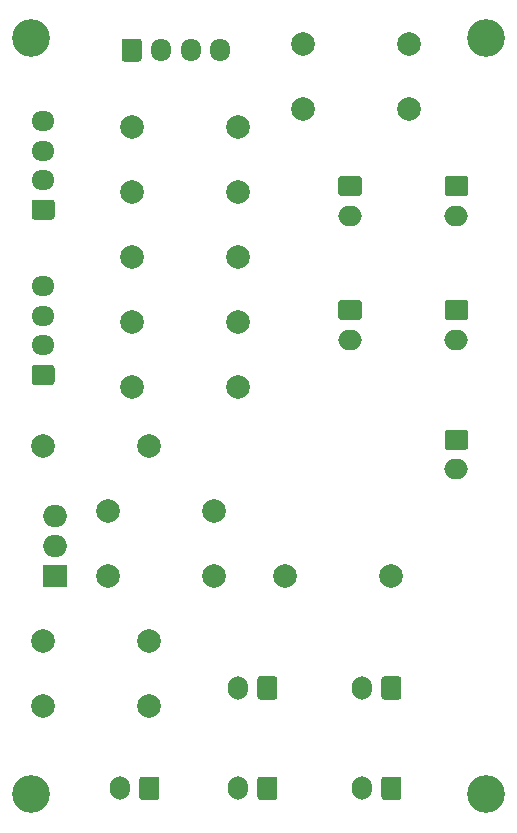
<source format=gbr>
%TF.GenerationSoftware,KiCad,Pcbnew,5.1.10-88a1d61d58~90~ubuntu20.04.1*%
%TF.CreationDate,2022-01-16T21:22:27+00:00*%
%TF.ProjectId,ir_sensor,69725f73-656e-4736-9f72-2e6b69636164,rev?*%
%TF.SameCoordinates,Original*%
%TF.FileFunction,Soldermask,Bot*%
%TF.FilePolarity,Negative*%
%FSLAX46Y46*%
G04 Gerber Fmt 4.6, Leading zero omitted, Abs format (unit mm)*
G04 Created by KiCad (PCBNEW 5.1.10-88a1d61d58~90~ubuntu20.04.1) date 2022-01-16 21:22:27*
%MOMM*%
%LPD*%
G01*
G04 APERTURE LIST*
%ADD10C,3.200000*%
%ADD11C,2.000000*%
%ADD12O,2.000000X1.905000*%
%ADD13R,2.000000X1.905000*%
%ADD14O,2.000000X1.700000*%
%ADD15O,1.700000X2.000000*%
%ADD16O,1.950000X1.700000*%
%ADD17O,1.700000X1.950000*%
G04 APERTURE END LIST*
D10*
%TO.C,REF\u002A\u002A*%
X124000000Y-29000000D03*
%TD*%
%TO.C,REF\u002A\u002A*%
X85500000Y-93000000D03*
%TD*%
%TO.C,REF\u002A\u002A*%
X124000000Y-93000000D03*
%TD*%
%TO.C,REF\u002A\u002A*%
X85500000Y-29000000D03*
%TD*%
D11*
%TO.C,R13*%
X94000000Y-53000000D03*
X103000000Y-53000000D03*
%TD*%
%TO.C,R12*%
X94000000Y-58500000D03*
X103000000Y-58500000D03*
%TD*%
%TO.C,R11*%
X94000000Y-42000000D03*
X103000000Y-42000000D03*
%TD*%
%TO.C,R10*%
X94000000Y-47500000D03*
X103000000Y-47500000D03*
%TD*%
%TO.C,R9*%
X117500000Y-35000000D03*
X108500000Y-35000000D03*
%TD*%
%TO.C,R8*%
X117500000Y-29500000D03*
X108500000Y-29500000D03*
%TD*%
%TO.C,R7*%
X107000000Y-74500000D03*
X116000000Y-74500000D03*
%TD*%
%TO.C,R6*%
X86500000Y-85500000D03*
X95500000Y-85500000D03*
%TD*%
%TO.C,R5*%
X92000000Y-74500000D03*
X101000000Y-74500000D03*
%TD*%
%TO.C,R4*%
X86500000Y-63500000D03*
X95500000Y-63500000D03*
%TD*%
%TO.C,R3*%
X86500000Y-80000000D03*
X95500000Y-80000000D03*
%TD*%
D12*
%TO.C,Q1*%
X87500000Y-69420000D03*
X87500000Y-71960000D03*
D13*
X87500000Y-74500000D03*
%TD*%
D14*
%TO.C,J13*%
X112500000Y-54500000D03*
G36*
G01*
X111750000Y-51150000D02*
X113250000Y-51150000D01*
G75*
G02*
X113500000Y-51400000I0J-250000D01*
G01*
X113500000Y-52600000D01*
G75*
G02*
X113250000Y-52850000I-250000J0D01*
G01*
X111750000Y-52850000D01*
G75*
G02*
X111500000Y-52600000I0J250000D01*
G01*
X111500000Y-51400000D01*
G75*
G02*
X111750000Y-51150000I250000J0D01*
G01*
G37*
%TD*%
%TO.C,J12*%
X121500000Y-65500000D03*
G36*
G01*
X120750000Y-62150000D02*
X122250000Y-62150000D01*
G75*
G02*
X122500000Y-62400000I0J-250000D01*
G01*
X122500000Y-63600000D01*
G75*
G02*
X122250000Y-63850000I-250000J0D01*
G01*
X120750000Y-63850000D01*
G75*
G02*
X120500000Y-63600000I0J250000D01*
G01*
X120500000Y-62400000D01*
G75*
G02*
X120750000Y-62150000I250000J0D01*
G01*
G37*
%TD*%
%TO.C,J11*%
X121500000Y-44000000D03*
G36*
G01*
X120750000Y-40650000D02*
X122250000Y-40650000D01*
G75*
G02*
X122500000Y-40900000I0J-250000D01*
G01*
X122500000Y-42100000D01*
G75*
G02*
X122250000Y-42350000I-250000J0D01*
G01*
X120750000Y-42350000D01*
G75*
G02*
X120500000Y-42100000I0J250000D01*
G01*
X120500000Y-40900000D01*
G75*
G02*
X120750000Y-40650000I250000J0D01*
G01*
G37*
%TD*%
%TO.C,J10*%
X121500000Y-54500000D03*
G36*
G01*
X120750000Y-51150000D02*
X122250000Y-51150000D01*
G75*
G02*
X122500000Y-51400000I0J-250000D01*
G01*
X122500000Y-52600000D01*
G75*
G02*
X122250000Y-52850000I-250000J0D01*
G01*
X120750000Y-52850000D01*
G75*
G02*
X120500000Y-52600000I0J250000D01*
G01*
X120500000Y-51400000D01*
G75*
G02*
X120750000Y-51150000I250000J0D01*
G01*
G37*
%TD*%
%TO.C,J9*%
X112500000Y-44000000D03*
G36*
G01*
X111750000Y-40650000D02*
X113250000Y-40650000D01*
G75*
G02*
X113500000Y-40900000I0J-250000D01*
G01*
X113500000Y-42100000D01*
G75*
G02*
X113250000Y-42350000I-250000J0D01*
G01*
X111750000Y-42350000D01*
G75*
G02*
X111500000Y-42100000I0J250000D01*
G01*
X111500000Y-40900000D01*
G75*
G02*
X111750000Y-40650000I250000J0D01*
G01*
G37*
%TD*%
D15*
%TO.C,J8*%
X113500000Y-84000000D03*
G36*
G01*
X116850000Y-83250000D02*
X116850000Y-84750000D01*
G75*
G02*
X116600000Y-85000000I-250000J0D01*
G01*
X115400000Y-85000000D01*
G75*
G02*
X115150000Y-84750000I0J250000D01*
G01*
X115150000Y-83250000D01*
G75*
G02*
X115400000Y-83000000I250000J0D01*
G01*
X116600000Y-83000000D01*
G75*
G02*
X116850000Y-83250000I0J-250000D01*
G01*
G37*
%TD*%
%TO.C,J7*%
X103000000Y-92500000D03*
G36*
G01*
X106350000Y-91750000D02*
X106350000Y-93250000D01*
G75*
G02*
X106100000Y-93500000I-250000J0D01*
G01*
X104900000Y-93500000D01*
G75*
G02*
X104650000Y-93250000I0J250000D01*
G01*
X104650000Y-91750000D01*
G75*
G02*
X104900000Y-91500000I250000J0D01*
G01*
X106100000Y-91500000D01*
G75*
G02*
X106350000Y-91750000I0J-250000D01*
G01*
G37*
%TD*%
%TO.C,J6*%
X113500000Y-92500000D03*
G36*
G01*
X116850000Y-91750000D02*
X116850000Y-93250000D01*
G75*
G02*
X116600000Y-93500000I-250000J0D01*
G01*
X115400000Y-93500000D01*
G75*
G02*
X115150000Y-93250000I0J250000D01*
G01*
X115150000Y-91750000D01*
G75*
G02*
X115400000Y-91500000I250000J0D01*
G01*
X116600000Y-91500000D01*
G75*
G02*
X116850000Y-91750000I0J-250000D01*
G01*
G37*
%TD*%
%TO.C,J5*%
X93000000Y-92500000D03*
G36*
G01*
X96350000Y-91750000D02*
X96350000Y-93250000D01*
G75*
G02*
X96100000Y-93500000I-250000J0D01*
G01*
X94900000Y-93500000D01*
G75*
G02*
X94650000Y-93250000I0J250000D01*
G01*
X94650000Y-91750000D01*
G75*
G02*
X94900000Y-91500000I250000J0D01*
G01*
X96100000Y-91500000D01*
G75*
G02*
X96350000Y-91750000I0J-250000D01*
G01*
G37*
%TD*%
%TO.C,J4*%
X103000000Y-84000000D03*
G36*
G01*
X106350000Y-83250000D02*
X106350000Y-84750000D01*
G75*
G02*
X106100000Y-85000000I-250000J0D01*
G01*
X104900000Y-85000000D01*
G75*
G02*
X104650000Y-84750000I0J250000D01*
G01*
X104650000Y-83250000D01*
G75*
G02*
X104900000Y-83000000I250000J0D01*
G01*
X106100000Y-83000000D01*
G75*
G02*
X106350000Y-83250000I0J-250000D01*
G01*
G37*
%TD*%
D16*
%TO.C,J3*%
X86500000Y-50000000D03*
X86500000Y-52500000D03*
X86500000Y-55000000D03*
G36*
G01*
X87225000Y-58350000D02*
X85775000Y-58350000D01*
G75*
G02*
X85525000Y-58100000I0J250000D01*
G01*
X85525000Y-56900000D01*
G75*
G02*
X85775000Y-56650000I250000J0D01*
G01*
X87225000Y-56650000D01*
G75*
G02*
X87475000Y-56900000I0J-250000D01*
G01*
X87475000Y-58100000D01*
G75*
G02*
X87225000Y-58350000I-250000J0D01*
G01*
G37*
%TD*%
%TO.C,J2*%
X86500000Y-36000000D03*
X86500000Y-38500000D03*
X86500000Y-41000000D03*
G36*
G01*
X87225000Y-44350000D02*
X85775000Y-44350000D01*
G75*
G02*
X85525000Y-44100000I0J250000D01*
G01*
X85525000Y-42900000D01*
G75*
G02*
X85775000Y-42650000I250000J0D01*
G01*
X87225000Y-42650000D01*
G75*
G02*
X87475000Y-42900000I0J-250000D01*
G01*
X87475000Y-44100000D01*
G75*
G02*
X87225000Y-44350000I-250000J0D01*
G01*
G37*
%TD*%
D11*
%TO.C,R2*%
X94000000Y-36500000D03*
X103000000Y-36500000D03*
%TD*%
%TO.C,R1*%
X92000000Y-69000000D03*
X101000000Y-69000000D03*
%TD*%
D17*
%TO.C,J1*%
X101500000Y-30000000D03*
X99000000Y-30000000D03*
X96500000Y-30000000D03*
G36*
G01*
X93150000Y-30725000D02*
X93150000Y-29275000D01*
G75*
G02*
X93400000Y-29025000I250000J0D01*
G01*
X94600000Y-29025000D01*
G75*
G02*
X94850000Y-29275000I0J-250000D01*
G01*
X94850000Y-30725000D01*
G75*
G02*
X94600000Y-30975000I-250000J0D01*
G01*
X93400000Y-30975000D01*
G75*
G02*
X93150000Y-30725000I0J250000D01*
G01*
G37*
%TD*%
M02*

</source>
